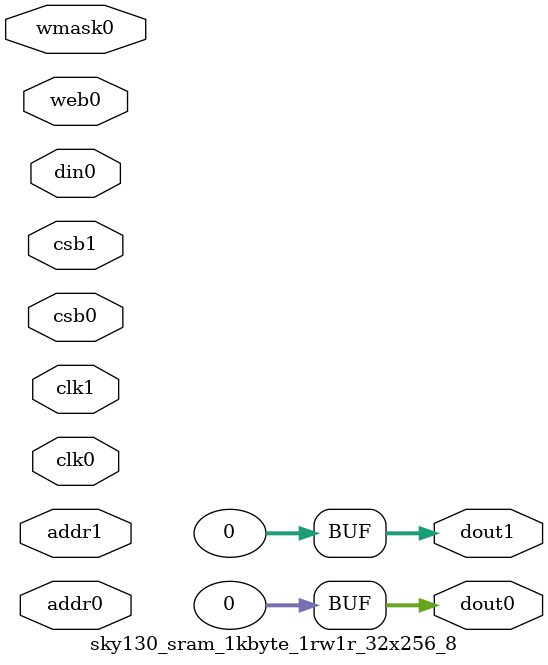
<source format=v>
module sky130_sram_1kbyte_1rw1r_32x256_8(	// file.cleaned.mlir:2:3
  input         clk0,	// file.cleaned.mlir:2:51
                csb0,	// file.cleaned.mlir:2:66
                web0,	// file.cleaned.mlir:2:81
  input  [3:0]  wmask0,	// file.cleaned.mlir:2:96
  input  [7:0]  addr0,	// file.cleaned.mlir:2:113
  input  [31:0] din0,	// file.cleaned.mlir:2:129
  input         clk1,	// file.cleaned.mlir:2:145
                csb1,	// file.cleaned.mlir:2:160
  input  [7:0]  addr1,	// file.cleaned.mlir:2:175
  output [31:0] dout0,	// file.cleaned.mlir:2:192
                dout1	// file.cleaned.mlir:2:209
);

  assign dout0 = 32'h0;	// file.cleaned.mlir:3:15, :4:5
  assign dout1 = 32'h0;	// file.cleaned.mlir:3:15, :4:5
endmodule


</source>
